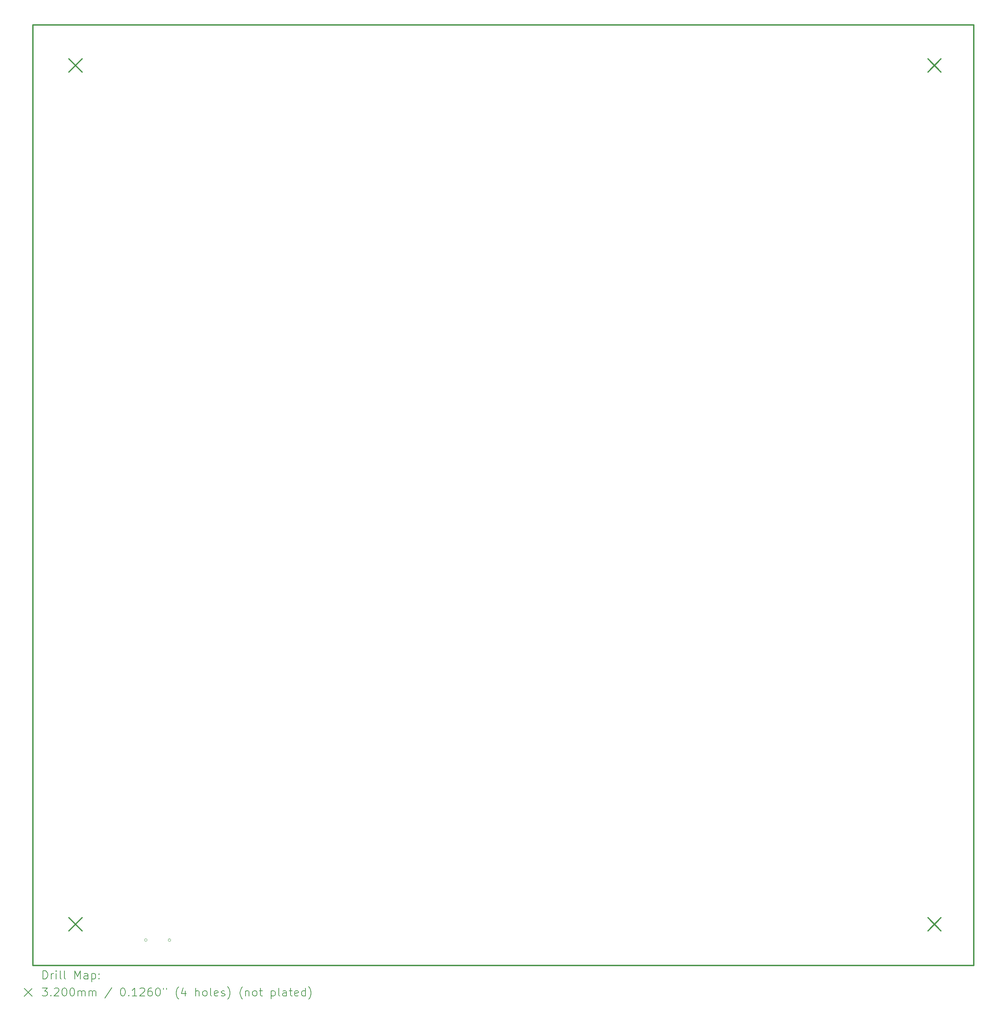
<source format=gbr>
%TF.GenerationSoftware,KiCad,Pcbnew,8.0.9*%
%TF.CreationDate,2025-07-03T09:04:01+02:00*%
%TF.ProjectId,Project,50726f6a-6563-4742-9e6b-696361645f70,rev?*%
%TF.SameCoordinates,Original*%
%TF.FileFunction,Drillmap*%
%TF.FilePolarity,Positive*%
%FSLAX45Y45*%
G04 Gerber Fmt 4.5, Leading zero omitted, Abs format (unit mm)*
G04 Created by KiCad (PCBNEW 8.0.9) date 2025-07-03 09:04:01*
%MOMM*%
%LPD*%
G01*
G04 APERTURE LIST*
%ADD10C,0.300000*%
%ADD11C,0.100000*%
%ADD12C,0.200000*%
%ADD13C,0.320000*%
G04 APERTURE END LIST*
D10*
X22457940Y-10530160D02*
X45457940Y-10530160D01*
X45457940Y-33530160D01*
X22457940Y-33530160D01*
X22457940Y-10530160D01*
D11*
X25249940Y-32906714D02*
G75*
G02*
X25184940Y-32906714I-32500J0D01*
G01*
X25184940Y-32906714D02*
G75*
G02*
X25249940Y-32906714I32500J0D01*
G01*
X25827940Y-32906714D02*
G75*
G02*
X25762940Y-32906714I-32500J0D01*
G01*
X25762940Y-32906714D02*
G75*
G02*
X25827940Y-32906714I32500J0D01*
G01*
D12*
D13*
X23340000Y-11360000D02*
X23660000Y-11680000D01*
X23660000Y-11360000D02*
X23340000Y-11680000D01*
X23340000Y-32360000D02*
X23660000Y-32680000D01*
X23660000Y-32360000D02*
X23340000Y-32680000D01*
X44340000Y-11360000D02*
X44660000Y-11680000D01*
X44660000Y-11360000D02*
X44340000Y-11680000D01*
X44340000Y-32360000D02*
X44660000Y-32680000D01*
X44660000Y-32360000D02*
X44340000Y-32680000D01*
D12*
X22703717Y-33856644D02*
X22703717Y-33656644D01*
X22703717Y-33656644D02*
X22751336Y-33656644D01*
X22751336Y-33656644D02*
X22779907Y-33666168D01*
X22779907Y-33666168D02*
X22798955Y-33685215D01*
X22798955Y-33685215D02*
X22808479Y-33704263D01*
X22808479Y-33704263D02*
X22818002Y-33742358D01*
X22818002Y-33742358D02*
X22818002Y-33770930D01*
X22818002Y-33770930D02*
X22808479Y-33809025D01*
X22808479Y-33809025D02*
X22798955Y-33828072D01*
X22798955Y-33828072D02*
X22779907Y-33847120D01*
X22779907Y-33847120D02*
X22751336Y-33856644D01*
X22751336Y-33856644D02*
X22703717Y-33856644D01*
X22903717Y-33856644D02*
X22903717Y-33723310D01*
X22903717Y-33761406D02*
X22913241Y-33742358D01*
X22913241Y-33742358D02*
X22922764Y-33732834D01*
X22922764Y-33732834D02*
X22941812Y-33723310D01*
X22941812Y-33723310D02*
X22960860Y-33723310D01*
X23027526Y-33856644D02*
X23027526Y-33723310D01*
X23027526Y-33656644D02*
X23018002Y-33666168D01*
X23018002Y-33666168D02*
X23027526Y-33675691D01*
X23027526Y-33675691D02*
X23037050Y-33666168D01*
X23037050Y-33666168D02*
X23027526Y-33656644D01*
X23027526Y-33656644D02*
X23027526Y-33675691D01*
X23151336Y-33856644D02*
X23132288Y-33847120D01*
X23132288Y-33847120D02*
X23122764Y-33828072D01*
X23122764Y-33828072D02*
X23122764Y-33656644D01*
X23256098Y-33856644D02*
X23237050Y-33847120D01*
X23237050Y-33847120D02*
X23227526Y-33828072D01*
X23227526Y-33828072D02*
X23227526Y-33656644D01*
X23484669Y-33856644D02*
X23484669Y-33656644D01*
X23484669Y-33656644D02*
X23551336Y-33799501D01*
X23551336Y-33799501D02*
X23618002Y-33656644D01*
X23618002Y-33656644D02*
X23618002Y-33856644D01*
X23798955Y-33856644D02*
X23798955Y-33751882D01*
X23798955Y-33751882D02*
X23789431Y-33732834D01*
X23789431Y-33732834D02*
X23770383Y-33723310D01*
X23770383Y-33723310D02*
X23732288Y-33723310D01*
X23732288Y-33723310D02*
X23713241Y-33732834D01*
X23798955Y-33847120D02*
X23779907Y-33856644D01*
X23779907Y-33856644D02*
X23732288Y-33856644D01*
X23732288Y-33856644D02*
X23713241Y-33847120D01*
X23713241Y-33847120D02*
X23703717Y-33828072D01*
X23703717Y-33828072D02*
X23703717Y-33809025D01*
X23703717Y-33809025D02*
X23713241Y-33789977D01*
X23713241Y-33789977D02*
X23732288Y-33780453D01*
X23732288Y-33780453D02*
X23779907Y-33780453D01*
X23779907Y-33780453D02*
X23798955Y-33770930D01*
X23894193Y-33723310D02*
X23894193Y-33923310D01*
X23894193Y-33732834D02*
X23913241Y-33723310D01*
X23913241Y-33723310D02*
X23951336Y-33723310D01*
X23951336Y-33723310D02*
X23970383Y-33732834D01*
X23970383Y-33732834D02*
X23979907Y-33742358D01*
X23979907Y-33742358D02*
X23989431Y-33761406D01*
X23989431Y-33761406D02*
X23989431Y-33818549D01*
X23989431Y-33818549D02*
X23979907Y-33837596D01*
X23979907Y-33837596D02*
X23970383Y-33847120D01*
X23970383Y-33847120D02*
X23951336Y-33856644D01*
X23951336Y-33856644D02*
X23913241Y-33856644D01*
X23913241Y-33856644D02*
X23894193Y-33847120D01*
X24075145Y-33837596D02*
X24084669Y-33847120D01*
X24084669Y-33847120D02*
X24075145Y-33856644D01*
X24075145Y-33856644D02*
X24065622Y-33847120D01*
X24065622Y-33847120D02*
X24075145Y-33837596D01*
X24075145Y-33837596D02*
X24075145Y-33856644D01*
X24075145Y-33732834D02*
X24084669Y-33742358D01*
X24084669Y-33742358D02*
X24075145Y-33751882D01*
X24075145Y-33751882D02*
X24065622Y-33742358D01*
X24065622Y-33742358D02*
X24075145Y-33732834D01*
X24075145Y-33732834D02*
X24075145Y-33751882D01*
X22242940Y-34085160D02*
X22442940Y-34285160D01*
X22442940Y-34085160D02*
X22242940Y-34285160D01*
X22684669Y-34076644D02*
X22808479Y-34076644D01*
X22808479Y-34076644D02*
X22741812Y-34152834D01*
X22741812Y-34152834D02*
X22770383Y-34152834D01*
X22770383Y-34152834D02*
X22789431Y-34162358D01*
X22789431Y-34162358D02*
X22798955Y-34171882D01*
X22798955Y-34171882D02*
X22808479Y-34190930D01*
X22808479Y-34190930D02*
X22808479Y-34238549D01*
X22808479Y-34238549D02*
X22798955Y-34257596D01*
X22798955Y-34257596D02*
X22789431Y-34267120D01*
X22789431Y-34267120D02*
X22770383Y-34276644D01*
X22770383Y-34276644D02*
X22713241Y-34276644D01*
X22713241Y-34276644D02*
X22694193Y-34267120D01*
X22694193Y-34267120D02*
X22684669Y-34257596D01*
X22894193Y-34257596D02*
X22903717Y-34267120D01*
X22903717Y-34267120D02*
X22894193Y-34276644D01*
X22894193Y-34276644D02*
X22884669Y-34267120D01*
X22884669Y-34267120D02*
X22894193Y-34257596D01*
X22894193Y-34257596D02*
X22894193Y-34276644D01*
X22979907Y-34095691D02*
X22989431Y-34086168D01*
X22989431Y-34086168D02*
X23008479Y-34076644D01*
X23008479Y-34076644D02*
X23056098Y-34076644D01*
X23056098Y-34076644D02*
X23075145Y-34086168D01*
X23075145Y-34086168D02*
X23084669Y-34095691D01*
X23084669Y-34095691D02*
X23094193Y-34114739D01*
X23094193Y-34114739D02*
X23094193Y-34133787D01*
X23094193Y-34133787D02*
X23084669Y-34162358D01*
X23084669Y-34162358D02*
X22970383Y-34276644D01*
X22970383Y-34276644D02*
X23094193Y-34276644D01*
X23218002Y-34076644D02*
X23237050Y-34076644D01*
X23237050Y-34076644D02*
X23256098Y-34086168D01*
X23256098Y-34086168D02*
X23265622Y-34095691D01*
X23265622Y-34095691D02*
X23275145Y-34114739D01*
X23275145Y-34114739D02*
X23284669Y-34152834D01*
X23284669Y-34152834D02*
X23284669Y-34200453D01*
X23284669Y-34200453D02*
X23275145Y-34238549D01*
X23275145Y-34238549D02*
X23265622Y-34257596D01*
X23265622Y-34257596D02*
X23256098Y-34267120D01*
X23256098Y-34267120D02*
X23237050Y-34276644D01*
X23237050Y-34276644D02*
X23218002Y-34276644D01*
X23218002Y-34276644D02*
X23198955Y-34267120D01*
X23198955Y-34267120D02*
X23189431Y-34257596D01*
X23189431Y-34257596D02*
X23179907Y-34238549D01*
X23179907Y-34238549D02*
X23170383Y-34200453D01*
X23170383Y-34200453D02*
X23170383Y-34152834D01*
X23170383Y-34152834D02*
X23179907Y-34114739D01*
X23179907Y-34114739D02*
X23189431Y-34095691D01*
X23189431Y-34095691D02*
X23198955Y-34086168D01*
X23198955Y-34086168D02*
X23218002Y-34076644D01*
X23408479Y-34076644D02*
X23427526Y-34076644D01*
X23427526Y-34076644D02*
X23446574Y-34086168D01*
X23446574Y-34086168D02*
X23456098Y-34095691D01*
X23456098Y-34095691D02*
X23465622Y-34114739D01*
X23465622Y-34114739D02*
X23475145Y-34152834D01*
X23475145Y-34152834D02*
X23475145Y-34200453D01*
X23475145Y-34200453D02*
X23465622Y-34238549D01*
X23465622Y-34238549D02*
X23456098Y-34257596D01*
X23456098Y-34257596D02*
X23446574Y-34267120D01*
X23446574Y-34267120D02*
X23427526Y-34276644D01*
X23427526Y-34276644D02*
X23408479Y-34276644D01*
X23408479Y-34276644D02*
X23389431Y-34267120D01*
X23389431Y-34267120D02*
X23379907Y-34257596D01*
X23379907Y-34257596D02*
X23370383Y-34238549D01*
X23370383Y-34238549D02*
X23360860Y-34200453D01*
X23360860Y-34200453D02*
X23360860Y-34152834D01*
X23360860Y-34152834D02*
X23370383Y-34114739D01*
X23370383Y-34114739D02*
X23379907Y-34095691D01*
X23379907Y-34095691D02*
X23389431Y-34086168D01*
X23389431Y-34086168D02*
X23408479Y-34076644D01*
X23560860Y-34276644D02*
X23560860Y-34143310D01*
X23560860Y-34162358D02*
X23570383Y-34152834D01*
X23570383Y-34152834D02*
X23589431Y-34143310D01*
X23589431Y-34143310D02*
X23618003Y-34143310D01*
X23618003Y-34143310D02*
X23637050Y-34152834D01*
X23637050Y-34152834D02*
X23646574Y-34171882D01*
X23646574Y-34171882D02*
X23646574Y-34276644D01*
X23646574Y-34171882D02*
X23656098Y-34152834D01*
X23656098Y-34152834D02*
X23675145Y-34143310D01*
X23675145Y-34143310D02*
X23703717Y-34143310D01*
X23703717Y-34143310D02*
X23722764Y-34152834D01*
X23722764Y-34152834D02*
X23732288Y-34171882D01*
X23732288Y-34171882D02*
X23732288Y-34276644D01*
X23827526Y-34276644D02*
X23827526Y-34143310D01*
X23827526Y-34162358D02*
X23837050Y-34152834D01*
X23837050Y-34152834D02*
X23856098Y-34143310D01*
X23856098Y-34143310D02*
X23884669Y-34143310D01*
X23884669Y-34143310D02*
X23903717Y-34152834D01*
X23903717Y-34152834D02*
X23913241Y-34171882D01*
X23913241Y-34171882D02*
X23913241Y-34276644D01*
X23913241Y-34171882D02*
X23922764Y-34152834D01*
X23922764Y-34152834D02*
X23941812Y-34143310D01*
X23941812Y-34143310D02*
X23970383Y-34143310D01*
X23970383Y-34143310D02*
X23989431Y-34152834D01*
X23989431Y-34152834D02*
X23998955Y-34171882D01*
X23998955Y-34171882D02*
X23998955Y-34276644D01*
X24389431Y-34067120D02*
X24218003Y-34324263D01*
X24646574Y-34076644D02*
X24665622Y-34076644D01*
X24665622Y-34076644D02*
X24684669Y-34086168D01*
X24684669Y-34086168D02*
X24694193Y-34095691D01*
X24694193Y-34095691D02*
X24703717Y-34114739D01*
X24703717Y-34114739D02*
X24713241Y-34152834D01*
X24713241Y-34152834D02*
X24713241Y-34200453D01*
X24713241Y-34200453D02*
X24703717Y-34238549D01*
X24703717Y-34238549D02*
X24694193Y-34257596D01*
X24694193Y-34257596D02*
X24684669Y-34267120D01*
X24684669Y-34267120D02*
X24665622Y-34276644D01*
X24665622Y-34276644D02*
X24646574Y-34276644D01*
X24646574Y-34276644D02*
X24627526Y-34267120D01*
X24627526Y-34267120D02*
X24618003Y-34257596D01*
X24618003Y-34257596D02*
X24608479Y-34238549D01*
X24608479Y-34238549D02*
X24598955Y-34200453D01*
X24598955Y-34200453D02*
X24598955Y-34152834D01*
X24598955Y-34152834D02*
X24608479Y-34114739D01*
X24608479Y-34114739D02*
X24618003Y-34095691D01*
X24618003Y-34095691D02*
X24627526Y-34086168D01*
X24627526Y-34086168D02*
X24646574Y-34076644D01*
X24798955Y-34257596D02*
X24808479Y-34267120D01*
X24808479Y-34267120D02*
X24798955Y-34276644D01*
X24798955Y-34276644D02*
X24789431Y-34267120D01*
X24789431Y-34267120D02*
X24798955Y-34257596D01*
X24798955Y-34257596D02*
X24798955Y-34276644D01*
X24998955Y-34276644D02*
X24884669Y-34276644D01*
X24941812Y-34276644D02*
X24941812Y-34076644D01*
X24941812Y-34076644D02*
X24922765Y-34105215D01*
X24922765Y-34105215D02*
X24903717Y-34124263D01*
X24903717Y-34124263D02*
X24884669Y-34133787D01*
X25075146Y-34095691D02*
X25084669Y-34086168D01*
X25084669Y-34086168D02*
X25103717Y-34076644D01*
X25103717Y-34076644D02*
X25151336Y-34076644D01*
X25151336Y-34076644D02*
X25170384Y-34086168D01*
X25170384Y-34086168D02*
X25179907Y-34095691D01*
X25179907Y-34095691D02*
X25189431Y-34114739D01*
X25189431Y-34114739D02*
X25189431Y-34133787D01*
X25189431Y-34133787D02*
X25179907Y-34162358D01*
X25179907Y-34162358D02*
X25065622Y-34276644D01*
X25065622Y-34276644D02*
X25189431Y-34276644D01*
X25360860Y-34076644D02*
X25322765Y-34076644D01*
X25322765Y-34076644D02*
X25303717Y-34086168D01*
X25303717Y-34086168D02*
X25294193Y-34095691D01*
X25294193Y-34095691D02*
X25275146Y-34124263D01*
X25275146Y-34124263D02*
X25265622Y-34162358D01*
X25265622Y-34162358D02*
X25265622Y-34238549D01*
X25265622Y-34238549D02*
X25275146Y-34257596D01*
X25275146Y-34257596D02*
X25284669Y-34267120D01*
X25284669Y-34267120D02*
X25303717Y-34276644D01*
X25303717Y-34276644D02*
X25341812Y-34276644D01*
X25341812Y-34276644D02*
X25360860Y-34267120D01*
X25360860Y-34267120D02*
X25370384Y-34257596D01*
X25370384Y-34257596D02*
X25379907Y-34238549D01*
X25379907Y-34238549D02*
X25379907Y-34190930D01*
X25379907Y-34190930D02*
X25370384Y-34171882D01*
X25370384Y-34171882D02*
X25360860Y-34162358D01*
X25360860Y-34162358D02*
X25341812Y-34152834D01*
X25341812Y-34152834D02*
X25303717Y-34152834D01*
X25303717Y-34152834D02*
X25284669Y-34162358D01*
X25284669Y-34162358D02*
X25275146Y-34171882D01*
X25275146Y-34171882D02*
X25265622Y-34190930D01*
X25503717Y-34076644D02*
X25522765Y-34076644D01*
X25522765Y-34076644D02*
X25541812Y-34086168D01*
X25541812Y-34086168D02*
X25551336Y-34095691D01*
X25551336Y-34095691D02*
X25560860Y-34114739D01*
X25560860Y-34114739D02*
X25570384Y-34152834D01*
X25570384Y-34152834D02*
X25570384Y-34200453D01*
X25570384Y-34200453D02*
X25560860Y-34238549D01*
X25560860Y-34238549D02*
X25551336Y-34257596D01*
X25551336Y-34257596D02*
X25541812Y-34267120D01*
X25541812Y-34267120D02*
X25522765Y-34276644D01*
X25522765Y-34276644D02*
X25503717Y-34276644D01*
X25503717Y-34276644D02*
X25484669Y-34267120D01*
X25484669Y-34267120D02*
X25475146Y-34257596D01*
X25475146Y-34257596D02*
X25465622Y-34238549D01*
X25465622Y-34238549D02*
X25456098Y-34200453D01*
X25456098Y-34200453D02*
X25456098Y-34152834D01*
X25456098Y-34152834D02*
X25465622Y-34114739D01*
X25465622Y-34114739D02*
X25475146Y-34095691D01*
X25475146Y-34095691D02*
X25484669Y-34086168D01*
X25484669Y-34086168D02*
X25503717Y-34076644D01*
X25646574Y-34076644D02*
X25646574Y-34114739D01*
X25722765Y-34076644D02*
X25722765Y-34114739D01*
X26018003Y-34352834D02*
X26008479Y-34343310D01*
X26008479Y-34343310D02*
X25989431Y-34314739D01*
X25989431Y-34314739D02*
X25979908Y-34295691D01*
X25979908Y-34295691D02*
X25970384Y-34267120D01*
X25970384Y-34267120D02*
X25960860Y-34219501D01*
X25960860Y-34219501D02*
X25960860Y-34181406D01*
X25960860Y-34181406D02*
X25970384Y-34133787D01*
X25970384Y-34133787D02*
X25979908Y-34105215D01*
X25979908Y-34105215D02*
X25989431Y-34086168D01*
X25989431Y-34086168D02*
X26008479Y-34057596D01*
X26008479Y-34057596D02*
X26018003Y-34048072D01*
X26179908Y-34143310D02*
X26179908Y-34276644D01*
X26132288Y-34067120D02*
X26084669Y-34209977D01*
X26084669Y-34209977D02*
X26208479Y-34209977D01*
X26437050Y-34276644D02*
X26437050Y-34076644D01*
X26522765Y-34276644D02*
X26522765Y-34171882D01*
X26522765Y-34171882D02*
X26513241Y-34152834D01*
X26513241Y-34152834D02*
X26494193Y-34143310D01*
X26494193Y-34143310D02*
X26465622Y-34143310D01*
X26465622Y-34143310D02*
X26446574Y-34152834D01*
X26446574Y-34152834D02*
X26437050Y-34162358D01*
X26646574Y-34276644D02*
X26627527Y-34267120D01*
X26627527Y-34267120D02*
X26618003Y-34257596D01*
X26618003Y-34257596D02*
X26608479Y-34238549D01*
X26608479Y-34238549D02*
X26608479Y-34181406D01*
X26608479Y-34181406D02*
X26618003Y-34162358D01*
X26618003Y-34162358D02*
X26627527Y-34152834D01*
X26627527Y-34152834D02*
X26646574Y-34143310D01*
X26646574Y-34143310D02*
X26675146Y-34143310D01*
X26675146Y-34143310D02*
X26694193Y-34152834D01*
X26694193Y-34152834D02*
X26703717Y-34162358D01*
X26703717Y-34162358D02*
X26713241Y-34181406D01*
X26713241Y-34181406D02*
X26713241Y-34238549D01*
X26713241Y-34238549D02*
X26703717Y-34257596D01*
X26703717Y-34257596D02*
X26694193Y-34267120D01*
X26694193Y-34267120D02*
X26675146Y-34276644D01*
X26675146Y-34276644D02*
X26646574Y-34276644D01*
X26827527Y-34276644D02*
X26808479Y-34267120D01*
X26808479Y-34267120D02*
X26798955Y-34248072D01*
X26798955Y-34248072D02*
X26798955Y-34076644D01*
X26979908Y-34267120D02*
X26960860Y-34276644D01*
X26960860Y-34276644D02*
X26922765Y-34276644D01*
X26922765Y-34276644D02*
X26903717Y-34267120D01*
X26903717Y-34267120D02*
X26894193Y-34248072D01*
X26894193Y-34248072D02*
X26894193Y-34171882D01*
X26894193Y-34171882D02*
X26903717Y-34152834D01*
X26903717Y-34152834D02*
X26922765Y-34143310D01*
X26922765Y-34143310D02*
X26960860Y-34143310D01*
X26960860Y-34143310D02*
X26979908Y-34152834D01*
X26979908Y-34152834D02*
X26989431Y-34171882D01*
X26989431Y-34171882D02*
X26989431Y-34190930D01*
X26989431Y-34190930D02*
X26894193Y-34209977D01*
X27065622Y-34267120D02*
X27084670Y-34276644D01*
X27084670Y-34276644D02*
X27122765Y-34276644D01*
X27122765Y-34276644D02*
X27141812Y-34267120D01*
X27141812Y-34267120D02*
X27151336Y-34248072D01*
X27151336Y-34248072D02*
X27151336Y-34238549D01*
X27151336Y-34238549D02*
X27141812Y-34219501D01*
X27141812Y-34219501D02*
X27122765Y-34209977D01*
X27122765Y-34209977D02*
X27094193Y-34209977D01*
X27094193Y-34209977D02*
X27075146Y-34200453D01*
X27075146Y-34200453D02*
X27065622Y-34181406D01*
X27065622Y-34181406D02*
X27065622Y-34171882D01*
X27065622Y-34171882D02*
X27075146Y-34152834D01*
X27075146Y-34152834D02*
X27094193Y-34143310D01*
X27094193Y-34143310D02*
X27122765Y-34143310D01*
X27122765Y-34143310D02*
X27141812Y-34152834D01*
X27218003Y-34352834D02*
X27227527Y-34343310D01*
X27227527Y-34343310D02*
X27246574Y-34314739D01*
X27246574Y-34314739D02*
X27256098Y-34295691D01*
X27256098Y-34295691D02*
X27265622Y-34267120D01*
X27265622Y-34267120D02*
X27275146Y-34219501D01*
X27275146Y-34219501D02*
X27275146Y-34181406D01*
X27275146Y-34181406D02*
X27265622Y-34133787D01*
X27265622Y-34133787D02*
X27256098Y-34105215D01*
X27256098Y-34105215D02*
X27246574Y-34086168D01*
X27246574Y-34086168D02*
X27227527Y-34057596D01*
X27227527Y-34057596D02*
X27218003Y-34048072D01*
X27579908Y-34352834D02*
X27570384Y-34343310D01*
X27570384Y-34343310D02*
X27551336Y-34314739D01*
X27551336Y-34314739D02*
X27541812Y-34295691D01*
X27541812Y-34295691D02*
X27532289Y-34267120D01*
X27532289Y-34267120D02*
X27522765Y-34219501D01*
X27522765Y-34219501D02*
X27522765Y-34181406D01*
X27522765Y-34181406D02*
X27532289Y-34133787D01*
X27532289Y-34133787D02*
X27541812Y-34105215D01*
X27541812Y-34105215D02*
X27551336Y-34086168D01*
X27551336Y-34086168D02*
X27570384Y-34057596D01*
X27570384Y-34057596D02*
X27579908Y-34048072D01*
X27656098Y-34143310D02*
X27656098Y-34276644D01*
X27656098Y-34162358D02*
X27665622Y-34152834D01*
X27665622Y-34152834D02*
X27684670Y-34143310D01*
X27684670Y-34143310D02*
X27713241Y-34143310D01*
X27713241Y-34143310D02*
X27732289Y-34152834D01*
X27732289Y-34152834D02*
X27741812Y-34171882D01*
X27741812Y-34171882D02*
X27741812Y-34276644D01*
X27865622Y-34276644D02*
X27846574Y-34267120D01*
X27846574Y-34267120D02*
X27837051Y-34257596D01*
X27837051Y-34257596D02*
X27827527Y-34238549D01*
X27827527Y-34238549D02*
X27827527Y-34181406D01*
X27827527Y-34181406D02*
X27837051Y-34162358D01*
X27837051Y-34162358D02*
X27846574Y-34152834D01*
X27846574Y-34152834D02*
X27865622Y-34143310D01*
X27865622Y-34143310D02*
X27894193Y-34143310D01*
X27894193Y-34143310D02*
X27913241Y-34152834D01*
X27913241Y-34152834D02*
X27922765Y-34162358D01*
X27922765Y-34162358D02*
X27932289Y-34181406D01*
X27932289Y-34181406D02*
X27932289Y-34238549D01*
X27932289Y-34238549D02*
X27922765Y-34257596D01*
X27922765Y-34257596D02*
X27913241Y-34267120D01*
X27913241Y-34267120D02*
X27894193Y-34276644D01*
X27894193Y-34276644D02*
X27865622Y-34276644D01*
X27989432Y-34143310D02*
X28065622Y-34143310D01*
X28018003Y-34076644D02*
X28018003Y-34248072D01*
X28018003Y-34248072D02*
X28027527Y-34267120D01*
X28027527Y-34267120D02*
X28046574Y-34276644D01*
X28046574Y-34276644D02*
X28065622Y-34276644D01*
X28284670Y-34143310D02*
X28284670Y-34343310D01*
X28284670Y-34152834D02*
X28303717Y-34143310D01*
X28303717Y-34143310D02*
X28341813Y-34143310D01*
X28341813Y-34143310D02*
X28360860Y-34152834D01*
X28360860Y-34152834D02*
X28370384Y-34162358D01*
X28370384Y-34162358D02*
X28379908Y-34181406D01*
X28379908Y-34181406D02*
X28379908Y-34238549D01*
X28379908Y-34238549D02*
X28370384Y-34257596D01*
X28370384Y-34257596D02*
X28360860Y-34267120D01*
X28360860Y-34267120D02*
X28341813Y-34276644D01*
X28341813Y-34276644D02*
X28303717Y-34276644D01*
X28303717Y-34276644D02*
X28284670Y-34267120D01*
X28494193Y-34276644D02*
X28475146Y-34267120D01*
X28475146Y-34267120D02*
X28465622Y-34248072D01*
X28465622Y-34248072D02*
X28465622Y-34076644D01*
X28656098Y-34276644D02*
X28656098Y-34171882D01*
X28656098Y-34171882D02*
X28646574Y-34152834D01*
X28646574Y-34152834D02*
X28627527Y-34143310D01*
X28627527Y-34143310D02*
X28589432Y-34143310D01*
X28589432Y-34143310D02*
X28570384Y-34152834D01*
X28656098Y-34267120D02*
X28637051Y-34276644D01*
X28637051Y-34276644D02*
X28589432Y-34276644D01*
X28589432Y-34276644D02*
X28570384Y-34267120D01*
X28570384Y-34267120D02*
X28560860Y-34248072D01*
X28560860Y-34248072D02*
X28560860Y-34229025D01*
X28560860Y-34229025D02*
X28570384Y-34209977D01*
X28570384Y-34209977D02*
X28589432Y-34200453D01*
X28589432Y-34200453D02*
X28637051Y-34200453D01*
X28637051Y-34200453D02*
X28656098Y-34190930D01*
X28722765Y-34143310D02*
X28798955Y-34143310D01*
X28751336Y-34076644D02*
X28751336Y-34248072D01*
X28751336Y-34248072D02*
X28760860Y-34267120D01*
X28760860Y-34267120D02*
X28779908Y-34276644D01*
X28779908Y-34276644D02*
X28798955Y-34276644D01*
X28941813Y-34267120D02*
X28922765Y-34276644D01*
X28922765Y-34276644D02*
X28884670Y-34276644D01*
X28884670Y-34276644D02*
X28865622Y-34267120D01*
X28865622Y-34267120D02*
X28856098Y-34248072D01*
X28856098Y-34248072D02*
X28856098Y-34171882D01*
X28856098Y-34171882D02*
X28865622Y-34152834D01*
X28865622Y-34152834D02*
X28884670Y-34143310D01*
X28884670Y-34143310D02*
X28922765Y-34143310D01*
X28922765Y-34143310D02*
X28941813Y-34152834D01*
X28941813Y-34152834D02*
X28951336Y-34171882D01*
X28951336Y-34171882D02*
X28951336Y-34190930D01*
X28951336Y-34190930D02*
X28856098Y-34209977D01*
X29122765Y-34276644D02*
X29122765Y-34076644D01*
X29122765Y-34267120D02*
X29103717Y-34276644D01*
X29103717Y-34276644D02*
X29065622Y-34276644D01*
X29065622Y-34276644D02*
X29046574Y-34267120D01*
X29046574Y-34267120D02*
X29037051Y-34257596D01*
X29037051Y-34257596D02*
X29027527Y-34238549D01*
X29027527Y-34238549D02*
X29027527Y-34181406D01*
X29027527Y-34181406D02*
X29037051Y-34162358D01*
X29037051Y-34162358D02*
X29046574Y-34152834D01*
X29046574Y-34152834D02*
X29065622Y-34143310D01*
X29065622Y-34143310D02*
X29103717Y-34143310D01*
X29103717Y-34143310D02*
X29122765Y-34152834D01*
X29198955Y-34352834D02*
X29208479Y-34343310D01*
X29208479Y-34343310D02*
X29227527Y-34314739D01*
X29227527Y-34314739D02*
X29237051Y-34295691D01*
X29237051Y-34295691D02*
X29246574Y-34267120D01*
X29246574Y-34267120D02*
X29256098Y-34219501D01*
X29256098Y-34219501D02*
X29256098Y-34181406D01*
X29256098Y-34181406D02*
X29246574Y-34133787D01*
X29246574Y-34133787D02*
X29237051Y-34105215D01*
X29237051Y-34105215D02*
X29227527Y-34086168D01*
X29227527Y-34086168D02*
X29208479Y-34057596D01*
X29208479Y-34057596D02*
X29198955Y-34048072D01*
M02*

</source>
